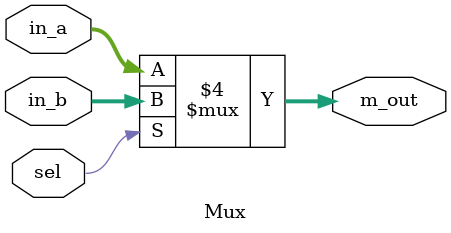
<source format=v>
module Mux


(
input [63:0] in_a, in_b,

input sel,

output reg [63:0] m_out

);


always @ (sel or in_a or in_b)

 begin
    if (sel == 1'b0) 
      
      m_out = in_a;
      
    else   
                                               
      m_out = in_b;
      
 end
 
 endmodule
 

</source>
